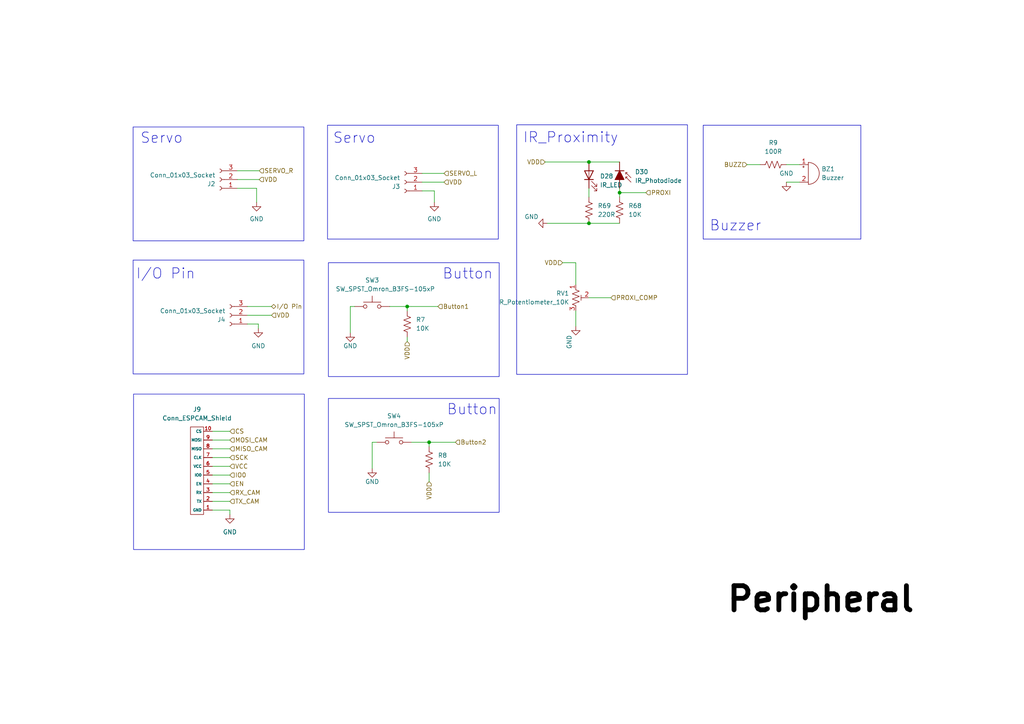
<source format=kicad_sch>
(kicad_sch (version 20230121) (generator eeschema)
  (paper "A4")
  (lib_symbols
    (symbol "Connector:Conn_01x03_Socket" (pin_names (offset 1.016) hide)
      (property "Reference" "J" (at 0 5.08 0))
      (property "Value" "Conn_01x03_Socket" (at 0 -5.08 0))
      (symbol "Conn_01x03_Socket_1_1"
        (arc (start 0 -2.032) (mid -0.5058 -2.54) (end 0 -3.048) (stroke (width 0.1524)))
        (polyline (pts (xy -1.27 -2.54) (xy -0.508 -2.54)) (stroke (width 0.1524)))
        (polyline (pts (xy -1.27 0) (xy -0.508 0)) (stroke (width 0.1524)))
        (polyline (pts (xy -1.27 2.54) (xy -0.508 2.54)) (stroke (width 0.1524)))
        (arc (start 0 0.508) (mid -0.5058 0) (end 0 -0.508) (stroke (width 0.1524)))
        (arc (start 0 3.048) (mid -0.5058 2.54) (end 0 2.032) (stroke (width 0.1524)))
        (pin passive line (at -5.08 2.54 0) (length 3.81) (name "Pin_1") (number "1"))
        (pin passive line (at -5.08 0 0) (length 3.81) (name "Pin_2") (number "2"))
        (pin passive line (at -5.08 -2.54 0) (length 3.81) (name "Pin_3") (number "3"))
      )
    )
    (symbol "Connector_Custom:Conn_ESPCAM_Shield"
      (property "Reference" "J" (at -6.35 5.08 0))
      (property "Value" "Conn_ESPCAM_Shield" (at 2.54 2.54 0))
      (symbol "Conn_ESPCAM_Shield_0_1"
        (rectangle (start -6.35 1.27) (end 19.05 -2.54))
      )
      (symbol "Conn_ESPCAM_Shield_1_1"
        (pin passive line (at -5.08 -5.08 90) (length 2.54) (name "GND") (number "1"))
        (pin bidirectional line (at 17.78 -5.08 90) (length 2.54) (name "CS") (number "10"))
        (pin passive line (at -5.08 -5.08 90) (length 2.54) hide (name "GND") (number "11"))
        (pin output line (at -2.54 -5.08 90) (length 2.54) (name "TX") (number "2"))
        (pin input line (at 0 -5.08 90) (length 2.54) (name "RX") (number "3"))
        (pin input line (at 2.54 -5.08 90) (length 2.54) (name "EN") (number "4"))
        (pin input line (at 5.08 -5.08 90) (length 2.54) (name "IO0") (number "5"))
        (pin passive line (at 7.62 -5.08 90) (length 2.54) (name "VCC") (number "6"))
        (pin passive line (at 10.16 -5.08 90) (length 2.54) (name "CLK") (number "7"))
        (pin bidirectional line (at 12.7 -5.08 90) (length 2.54) (name "MISO") (number "8"))
        (pin bidirectional line (at 15.24 -5.08 90) (length 2.54) (name "MOSI") (number "9"))
      )
    )
    (symbol "Device:Buzzer" (pin_names (offset 0.0254) hide)
      (property "Reference" "BZ" (at 3.81 1.27 0))
      (property "Value" "Buzzer" (at 3.81 -1.27 0))
      (symbol "Buzzer_0_1"
        (arc (start 0 -3.175) (mid 3.1612 0) (end 0 3.175))
        (polyline (pts (xy -1.651 1.905) (xy -1.143 1.905)))
        (polyline (pts (xy -1.397 2.159) (xy -1.397 1.651)))
        (polyline (pts (xy 0 3.175) (xy 0 -3.175)))
      )
      (symbol "Buzzer_1_1"
        (pin passive line (at -2.54 2.54 0) (length 2.54) (name "-") (number "1"))
        (pin passive line (at -2.54 -2.54 0) (length 2.54) (name "+") (number "2"))
      )
    )
    (symbol "Device:D_Photo_Filled" (pin_numbers hide) (pin_names hide)
      (property "Reference" "D" (at 0.508 1.778 0))
      (property "Value" "D_Photo_Filled" (at -1.016 -2.794 0))
      (symbol "D_Photo_Filled_0_1"
        (polyline (pts (xy -2.54 1.27) (xy -2.54 -1.27)) (stroke (width 0.254)))
        (polyline (pts (xy -2.032 1.778) (xy -1.524 1.778)))
        (polyline (pts (xy 0 0) (xy -2.54 0)))
        (polyline (pts (xy -0.508 3.302) (xy -2.032 1.778) (xy -2.032 2.286)))
        (polyline (pts (xy 0 -1.27) (xy 0 1.27) (xy -2.54 0) (xy 0 -1.27)) (stroke (width 0.254)) (fill (type outline)))
        (polyline (pts (xy 0.762 3.302) (xy -0.762 1.778) (xy -0.762 2.286) (xy -0.762 1.778) (xy -0.254 1.778)))
      )
      (symbol "D_Photo_Filled_1_1"
        (pin passive line (at -5.08 0 0) (length 2.54) (name "K") (number "1"))
        (pin passive line (at 2.54 0 180) (length 2.54) (name "A") (number "2"))
      )
    )
    (symbol "Device:LED" (pin_numbers hide) (pin_names (offset 1.016) hide)
      (property "Reference" "D" (at 0 2.54 0))
      (property "Value" "LED" (at 0 -2.54 0))
      (symbol "LED_0_1"
        (polyline (pts (xy -1.27 -1.27) (xy -1.27 1.27)) (stroke (width 0.254)))
        (polyline (pts (xy -1.27 0) (xy 1.27 0)))
        (polyline (pts (xy 1.27 -1.27) (xy 1.27 1.27) (xy -1.27 0) (xy 1.27 -1.27)) (stroke (width 0.254)))
        (polyline (pts (xy -3.048 -0.762) (xy -4.572 -2.286) (xy -3.81 -2.286) (xy -4.572 -2.286) (xy -4.572 -1.524)))
        (polyline (pts (xy -1.778 -0.762) (xy -3.302 -2.286) (xy -2.54 -2.286) (xy -3.302 -2.286) (xy -3.302 -1.524)))
      )
      (symbol "LED_1_1"
        (pin passive line (at -3.81 0 0) (length 2.54) (name "K") (number "1"))
        (pin passive line (at 3.81 0 180) (length 2.54) (name "A") (number "2"))
      )
    )
    (symbol "Device:R_Potentiometer_Trim_US" (pin_names (offset 1.016) hide)
      (property "Reference" "RV" (at -4.445 0 90))
      (property "Value" "R_Potentiometer_Trim_US" (at -2.54 0 90))
      (symbol "R_Potentiometer_Trim_US_0_1"
        (polyline (pts (xy 0 -2.286) (xy 0 -2.54)))
        (polyline (pts (xy 0 2.286) (xy 0 2.54)))
        (polyline (pts (xy 1.524 0.762) (xy 1.524 -0.762)))
        (polyline (pts (xy 2.54 0) (xy 1.524 0)))
        (polyline (pts (xy 0 -0.762) (xy 1.016 -1.143) (xy 0 -1.524) (xy -1.016 -1.905) (xy 0 -2.286)))
        (polyline (pts (xy 0 0.762) (xy 1.016 0.381) (xy 0 0) (xy -1.016 -0.381) (xy 0 -0.762)))
        (polyline (pts (xy 0 2.286) (xy 1.016 1.905) (xy 0 1.524) (xy -1.016 1.143) (xy 0 0.762)))
      )
      (symbol "R_Potentiometer_Trim_US_1_1"
        (pin passive line (at 0 3.81 270) (length 1.27) (name "1") (number "1"))
        (pin passive line (at 3.81 0 180) (length 1.27) (name "2") (number "2"))
        (pin passive line (at 0 -3.81 90) (length 1.27) (name "3") (number "3"))
      )
    )
    (symbol "Device:R_US" (pin_numbers hide) (pin_names (offset 0))
      (property "Reference" "R" (at 2.54 0 90))
      (property "Value" "R_US" (at -2.54 0 90))
      (symbol "R_US_0_1"
        (polyline (pts (xy 0 -2.286) (xy 0 -2.54)))
        (polyline (pts (xy 0 2.286) (xy 0 2.54)))
        (polyline (pts (xy 0 -0.762) (xy 1.016 -1.143) (xy 0 -1.524) (xy -1.016 -1.905) (xy 0 -2.286)))
        (polyline (pts (xy 0 0.762) (xy 1.016 0.381) (xy 0 0) (xy -1.016 -0.381) (xy 0 -0.762)))
        (polyline (pts (xy 0 2.286) (xy 1.016 1.905) (xy 0 1.524) (xy -1.016 1.143) (xy 0 0.762)))
      )
      (symbol "R_US_1_1"
        (pin passive line (at 0 3.81 270) (length 1.27) (name "~") (number "1"))
        (pin passive line (at 0 -3.81 90) (length 1.27) (name "~") (number "2"))
      )
    )
    (symbol "Switch:SW_Push" (pin_numbers hide) (pin_names (offset 1.016) hide)
      (property "Reference" "SW" (at 1.27 2.54 0))
      (property "Value" "SW_Push" (at 0 -1.524 0))
      (symbol "SW_Push_0_1"
        (circle (center -2.032 0) (radius 0.508))
        (polyline (pts (xy 0 1.27) (xy 0 3.048)))
        (polyline (pts (xy 2.54 1.27) (xy -2.54 1.27)))
        (circle (center 2.032 0) (radius 0.508))
        (pin passive line (at -5.08 0 0) (length 2.54) (name "1") (number "1"))
        (pin passive line (at 5.08 0 180) (length 2.54) (name "2") (number "2"))
      )
    )
    (symbol "power:GND" (power) (pin_names (offset 0))
      (property "Value" "GND" (at 0 -3.81 0))
      (symbol "GND_0_1"
        (polyline (pts (xy 0 0) (xy 0 -1.27) (xy 1.27 -1.27) (xy 0 -2.54) (xy -1.27 -1.27) (xy 0 -1.27)))
      )
      (symbol "GND_1_1"
        (pin power_in line (at 0 0 270) (length 0) hide (name "GND") (number "1"))
      )
    )
  )
  (junction (at 170.815 46.99))
  (junction (at 118.11 88.9))
  (junction (at 170.815 64.77))
  (junction (at 124.46 128.27))
  (junction (at 179.705 55.88))
  (wire (pts (xy 158.115 46.99) (xy 170.815 46.99)))
  (wire (pts (xy 170.815 86.36) (xy 177.165 86.36)))
  (wire (pts (xy 71.755 88.9) (xy 78.74 88.9)))
  (wire (pts (xy 124.46 128.27) (xy 132.08 128.27)))
  (wire (pts (xy 187.325 55.88) (xy 179.705 55.88)))
  (wire (pts (xy 61.595 127.635) (xy 66.675 127.635)))
  (wire (pts (xy 228.092 47.752) (xy 231.902 47.752)))
  (wire (pts (xy 125.984 55.372) (xy 122.428 55.372)))
  (wire (pts (xy 125.984 58.674) (xy 125.984 55.372)))
  (wire (pts (xy 71.755 93.98) (xy 74.93 93.98)))
  (wire (pts (xy 61.595 147.955) (xy 66.675 147.955)))
  (wire (pts (xy 71.755 91.44) (xy 78.74 91.44)))
  (wire (pts (xy 101.6 96.52) (xy 101.6 88.9)))
  (wire (pts (xy 68.834 49.53) (xy 75.184 49.53)))
  (wire (pts (xy 167.005 76.2) (xy 163.195 76.2)))
  (wire (pts (xy 61.595 132.715) (xy 66.675 132.715)))
  (wire (pts (xy 124.46 128.27) (xy 124.46 129.54)))
  (wire (pts (xy 74.93 93.98) (xy 74.93 95.25)))
  (wire (pts (xy 122.428 52.832) (xy 128.778 52.832)))
  (wire (pts (xy 61.595 140.335) (xy 66.675 140.335)))
  (wire (pts (xy 74.422 58.674) (xy 74.422 54.61)))
  (wire (pts (xy 61.595 137.795) (xy 66.675 137.795)))
  (wire (pts (xy 68.834 52.07) (xy 75.184 52.07)))
  (wire (pts (xy 167.005 90.17) (xy 167.005 94.615)))
  (wire (pts (xy 118.11 97.79) (xy 118.11 99.06)))
  (wire (pts (xy 228.092 52.832) (xy 231.902 52.832)))
  (wire (pts (xy 124.46 128.27) (xy 119.38 128.27)))
  (wire (pts (xy 167.005 82.55) (xy 167.005 76.2)))
  (wire (pts (xy 127 88.9) (xy 118.11 88.9)))
  (wire (pts (xy 74.422 54.61) (xy 68.834 54.61)))
  (wire (pts (xy 158.75 64.77) (xy 170.815 64.77)))
  (wire (pts (xy 61.595 130.175) (xy 66.675 130.175)))
  (wire (pts (xy 179.705 55.88) (xy 179.705 57.15)))
  (wire (pts (xy 170.815 54.61) (xy 170.815 57.15)))
  (wire (pts (xy 122.428 50.292) (xy 128.778 50.292)))
  (wire (pts (xy 124.46 137.16) (xy 124.46 139.7)))
  (wire (pts (xy 61.595 125.095) (xy 66.675 125.095)))
  (wire (pts (xy 101.6 88.9) (xy 102.87 88.9)))
  (wire (pts (xy 216.662 47.752) (xy 220.472 47.752)))
  (wire (pts (xy 170.815 64.77) (xy 179.705 64.77)))
  (wire (pts (xy 170.815 46.99) (xy 179.705 46.99)))
  (wire (pts (xy 61.595 142.875) (xy 66.675 142.875)))
  (wire (pts (xy 61.595 135.255) (xy 66.675 135.255)))
  (wire (pts (xy 107.95 135.89) (xy 107.95 128.27)))
  (wire (pts (xy 66.675 147.955) (xy 66.675 149.225)))
  (wire (pts (xy 107.95 128.27) (xy 109.22 128.27)))
  (wire (pts (xy 179.705 54.61) (xy 179.705 55.88)))
  (wire (pts (xy 61.595 145.415) (xy 66.675 145.415)))
  (wire (pts (xy 118.11 88.9) (xy 113.03 88.9)))
  (wire (pts (xy 118.11 90.17) (xy 118.11 88.9)))
  (rectangle (start 203.962 36.322) (end 249.682 69.342))
  (rectangle (start 149.86 36.195) (end 199.39 108.585))
  (rectangle (start 95.25 76.2) (end 144.78 109.22))
  (rectangle (start 38.608 36.83) (end 88.138 69.85))
  (rectangle (start 94.996 36.322) (end 144.526 69.342))
  (rectangle (start 38.735 114.3) (end 88.265 159.385))
  (rectangle (start 38.608 75.438) (end 88.138 108.458))
  (rectangle (start 95.25 115.57) (end 144.78 148.59))
  (text "Button" (at 129.54 120.65 0) (effects (font (size 3 3)) (justify left bottom)))
  (text "Servo" (at 40.64 41.91 0) (effects (font (size 3 3)) (justify left bottom)))
  (text "I/O Pin" (at 39.37 81.28 0) (effects (font (size 3 3)) (justify left bottom)))
  (text "Peripheral" (at 210.312 178.054 0) (effects (font (size 7 7) (thickness 1.4) bold) (justify left bottom)))
  (text "Buzzer" (at 205.74 67.31 0) (effects (font (size 3 3)) (justify left bottom)))
  (text "Servo" (at 96.52 41.91 0) (effects (font (size 3 3)) (justify left bottom)))
  (text "IR_Proximity" (at 151.638 41.783 0) (effects (font (size 3 3)) (justify left bottom)))
  (text "Button" (at 128.27 81.28 0) (effects (font (size 3 3)) (justify left bottom)))
  (hierarchical_label "MISO_CAM" (shape input) (at 66.675 130.175 0))
  (hierarchical_label "IO0" (shape input) (at 66.675 137.795 0))
  (hierarchical_label "Button1" (shape input) (at 127 88.9 0))
  (hierarchical_label "SCK" (shape input) (at 66.675 132.715 0))
  (hierarchical_label "EN" (shape input) (at 66.675 140.335 0))
  (hierarchical_label "VDD" (shape input) (at 118.11 99.06 270))
  (hierarchical_label "TX_CAM" (shape input) (at 66.675 145.415 0))
  (hierarchical_label "VDD" (shape input) (at 163.195 76.2 180))
  (hierarchical_label "Button2" (shape input) (at 132.08 128.27 0))
  (hierarchical_label "SERVO_L" (shape input) (at 128.778 50.292 0))
  (hierarchical_label "CS" (shape input) (at 66.675 125.095 0))
  (hierarchical_label "VDD" (shape input) (at 128.778 52.832 0))
  (hierarchical_label "VDD" (shape input) (at 124.46 139.7 270))
  (hierarchical_label "PROXI_COMP" (shape input) (at 177.165 86.36 0))
  (hierarchical_label "BUZZ" (shape input) (at 216.662 47.752 180))
  (hierarchical_label "RX_CAM" (shape input) (at 66.675 142.875 0))
  (hierarchical_label "MOSI_CAM" (shape input) (at 66.675 127.635 0))
  (hierarchical_label "SERVO_R" (shape input) (at 75.184 49.53 0))
  (hierarchical_label "VDD" (shape input) (at 158.115 46.99 180))
  (hierarchical_label "I{slash}O Pin" (shape bidirectional) (at 78.74 88.9 0))
  (hierarchical_label "VDD" (shape input) (at 78.74 91.44 0))
  (hierarchical_label "PROXI" (shape input) (at 187.325 55.88 0))
  (hierarchical_label "VDD" (shape input) (at 75.184 52.07 0))
  (hierarchical_label "VCC" (shape input) (at 66.675 135.255 0))
  (symbol (lib_id "power:GND") (at 107.95 135.89 0) (unit 1)
    (property "Reference" "#PWR013" (effects hide))
    (property "Value" "GND" (at 107.95 139.7 0))
  )
  (symbol (lib_id "power:GND") (at 228.092 52.832 0) (unit 1)
    (property "Reference" "#PWR017" (effects hide))
    (property "Value" "GND" (at 228.092 50.292 0))
  )
  (symbol (lib_id "Switch:SW_Push") (at 114.3 128.27 0) (unit 1)
    (property "Reference" "SW4" (at 114.3 120.65 0))
    (property "Value" "SW_SPST_Omron_B3FS-105xP" (at 114.3 123.19 0))
    (property "Footprint" "Button_Switch_SMD:SW_SPST_Omron_B3FS-105xP" (effects hide))
  )
  (symbol (lib_id "Device:R_US") (at 124.46 133.35 0) (unit 1)
    (property "Reference" "R8" (at 127 132.08 0) (effects (justify left)))
    (property "Value" "10K" (at 127 134.62 0) (effects (justify left)))
    (property "Footprint" "Resistor_SMD:R_0805_2012Metric" (effects hide))
  )
  (symbol (lib_id "power:GND") (at 167.005 94.615 0) (unit 1)
    (property "Reference" "#PWR056" (effects hide))
    (property "Value" "GND" (at 165.1 97.155 90) (effects (justify right)))
  )
  (symbol (lib_id "Device:R_US") (at 118.11 93.98 0) (unit 1)
    (property "Reference" "R7" (at 120.65 92.71 0) (effects (justify left)))
    (property "Value" "10K" (at 120.65 95.25 0) (effects (justify left)))
    (property "Footprint" "Resistor_SMD:R_0805_2012Metric" (effects hide))
  )
  (symbol (lib_id "Connector:Conn_01x03_Socket") (at 117.348 52.832 180) (unit 1)
    (property "Reference" "J3" (at 116.078 54.102 0) (effects (justify left)))
    (property "Value" "Conn_01x03_Socket" (at 116.078 51.562 0) (effects (justify left)))
    (property "Footprint" "Connector_JST:JST_EH_B3B-EH-A_1x03_P2.50mm_Vertical" (effects hide))
  )
  (symbol (lib_id "Device:Buzzer") (at 234.442 50.292 0) (unit 1)
    (property "Reference" "BZ1" (at 238.252 49.022 0) (effects (justify left)))
    (property "Value" "Buzzer" (at 238.252 51.562 0) (effects (justify left)))
    (property "Footprint" "Buzzer_Beeper:Buzzer_12x9.5RM7.6" (effects hide))
  )
  (symbol (lib_id "Device:R_Potentiometer_Trim_US") (at 167.005 86.36 0) (unit 1)
    (property "Reference" "RV1" (at 165.1 85.09 0) (effects (justify right)))
    (property "Value" "R_Potentiometer_10K" (at 165.1 87.63 0) (effects (justify right)))
    (property "Footprint" "Potentiometer_THT:Potentiometer_Bourns_3296W_Vertical" (effects hide))
  )
  (symbol (lib_id "power:GND") (at 101.6 96.52 0) (unit 1)
    (property "Reference" "#PWR010" (effects hide))
    (property "Value" "GND" (at 101.6 100.33 0))
  )
  (symbol (lib_id "power:GND") (at 158.75 64.77 270) (unit 1)
    (property "Reference" "#PWR025" (effects hide))
    (property "Value" "GND" (at 156.21 62.865 90) (effects (justify right)))
  )
  (symbol (lib_id "Device:R_US") (at 224.282 47.752 90) (unit 1)
    (property "Reference" "R9" (at 224.282 41.402 90))
    (property "Value" "100R" (at 224.282 43.942 90))
    (property "Footprint" "Resistor_SMD:R_0805_2012Metric" (effects hide))
  )
  (symbol (lib_id "Device:D_Photo_Filled") (at 179.705 52.07 270) (unit 1)
    (property "Reference" "D30" (at 184.15 49.8475 90) (effects (justify left)))
    (property "Value" "IR_Photodiode" (at 184.15 52.3875 90) (effects (justify left)))
    (property "Footprint" "LED_THT:LED_D5.0mm_Horizontal_O1.27mm_Z3.0mm_Clear" (effects hide))
  )
  (symbol (lib_id "power:GND") (at 74.422 58.674 0) (unit 1)
    (property "Reference" "#PWR014" (effects hide))
    (property "Value" "GND" (at 74.422 63.5 0))
  )
  (symbol (lib_id "Device:LED") (at 170.815 50.8 90) (unit 1)
    (property "Reference" "D28" (at 173.99 51.1175 90) (effects (justify right)))
    (property "Value" "IR_LED" (at 173.99 53.6575 90) (effects (justify right)))
    (property "Footprint" "LED_THT:LED_D5.0mm_Horizontal_O1.27mm_Z3.0mm_IRBlack" (effects hide))
  )
  (symbol (lib_id "Connector_Custom:Conn_ESPCAM_Shield") (at 56.515 142.875 90) (unit 1)
    (property "Reference" "J9" (at 57.15 118.745 90))
    (property "Value" "Conn_ESPCAM_Shield" (at 57.15 121.285 90))
    (property "Footprint" "Connector_Custom:Conn_ESPCAM_Shield-Female" (effects hide))
  )
  (symbol (lib_id "Connector:Conn_01x03_Socket") (at 63.754 52.07 180) (unit 1)
    (property "Reference" "J2" (at 62.484 53.34 0) (effects (justify left)))
    (property "Value" "Conn_01x03_Socket" (at 62.484 50.8 0) (effects (justify left)))
    (property "Footprint" "Connector_JST:JST_EH_B3B-EH-A_1x03_P2.50mm_Vertical" (effects hide))
  )
  (symbol (lib_id "power:GND") (at 74.93 95.25 0) (unit 1)
    (property "Reference" "#PWR019" (effects hide))
    (property "Value" "GND" (at 74.93 100.33 0))
  )
  (symbol (lib_id "power:GND") (at 125.984 58.674 0) (unit 1)
    (property "Reference" "#PWR018" (effects hide))
    (property "Value" "GND" (at 125.984 63.5 0))
  )
  (symbol (lib_id "power:GND") (at 66.675 149.225 0) (unit 1)
    (property "Reference" "#PWR050" (effects hide))
    (property "Value" "GND" (at 66.675 154.305 0))
  )
  (symbol (lib_id "Device:R_US") (at 179.705 60.96 0) (unit 1)
    (property "Reference" "R68" (at 182.245 59.69 0) (effects (justify left)))
    (property "Value" "10K" (at 182.245 62.23 0) (effects (justify left)))
    (property "Footprint" "Resistor_SMD:R_0805_2012Metric" (effects hide))
  )
  (symbol (lib_id "Device:R_US") (at 170.815 60.96 0) (unit 1)
    (property "Reference" "R69" (at 173.355 59.69 0) (effects (justify left)))
    (property "Value" "220R" (at 173.355 62.23 0) (effects (justify left)))
    (property "Footprint" "Resistor_SMD:R_0805_2012Metric" (effects hide))
  )
  (symbol (lib_id "Connector:Conn_01x03_Socket") (at 66.675 91.44 180) (unit 1)
    (property "Reference" "J4" (at 65.405 92.71 0) (effects (justify left)))
    (property "Value" "Conn_01x03_Socket" (at 65.405 90.17 0) (effects (justify left)))
    (property "Footprint" "Connector_JST:JST_EH_B3B-EH-A_1x03_P2.50mm_Vertical" (effects hide))
  )
  (symbol (lib_id "Switch:SW_Push") (at 107.95 88.9 0) (unit 1)
    (property "Reference" "SW3" (at 107.95 81.28 0))
    (property "Value" "SW_SPST_Omron_B3FS-105xP" (at 111.76 83.82 0))
    (property "Footprint" "Button_Switch_SMD:SW_SPST_Omron_B3FS-105xP" (effects hide))
  )
)
</source>
